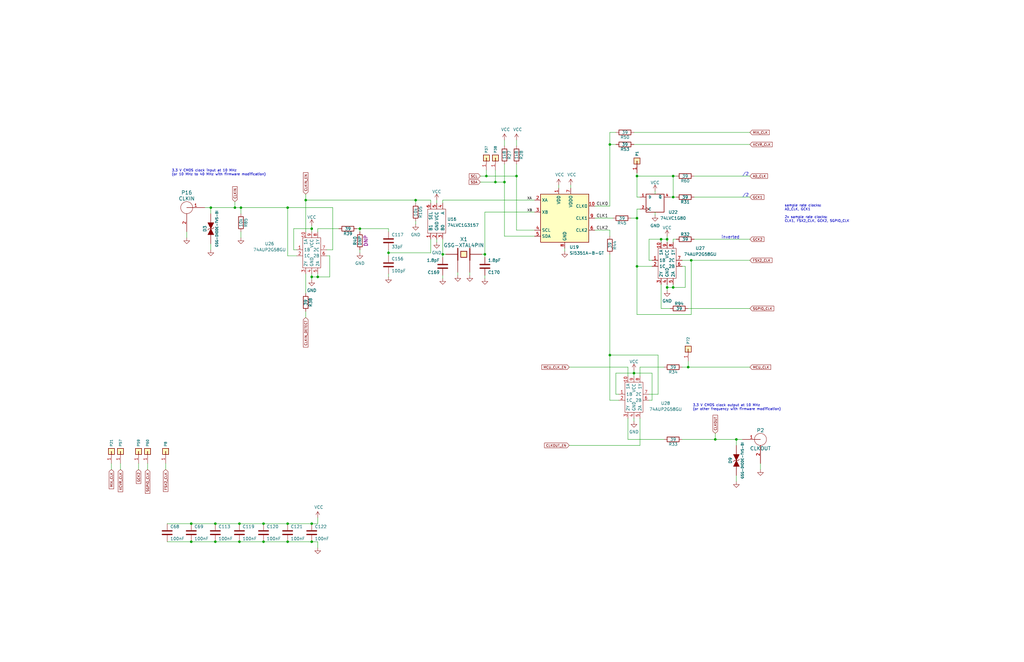
<source format=kicad_sch>
(kicad_sch (version 20211123) (generator eeschema)
  (paper "USLedger")
  (title_block (title "HackRF One") (date "2022-08-29") (rev "r9") (company "Copyright 2012-2022 Great Scott Gadgets") (comment 1 "Michael Ossmann") (comment 2 "Licensed under the CERN-OHL-P v2"))
  (lib_symbols
    (symbol "74AUP2G58GU:74AUP2G58GU"
      (property "Reference" "U" (at 0 0 0))
      (property "Value" "74AUP2G58GU" (at 0 0 0))
      (symbol "74AUP2G58GU_0_1"
        (rectangle (start -3.81 6.35) (end 3.81 -6.35) (stroke (width 0.1524)))
      )
      (symbol "74AUP2G58GU_1_1"
        (pin input line (at -6.35 1.27 0) (length 2.54) (name "1B") (number "1"))
        (pin input line (at -2.54 8.89 270) (length 2.54) (name "1A") (number "10"))
        (pin input line (at -6.35 -1.27 0) (length 2.54) (name "1C") (number "2"))
        (pin output line (at -2.54 -8.89 90) (length 2.54) (name "2Y") (number "3"))
        (pin power_in line (at 0 -8.89 90) (length 2.54) (name "GND") (number "4"))
        (pin input line (at 2.54 -8.89 90) (length 2.54) (name "2A") (number "5"))
        (pin input line (at 6.35 -1.27 180) (length 2.54) (name "2B") (number "6"))
        (pin input line (at 6.35 1.27 180) (length 2.54) (name "2C") (number "7"))
        (pin output line (at 2.54 8.89 270) (length 2.54) (name "1Y") (number "8"))
        (pin power_in line (at 0 8.89 270) (length 2.54) (name "VCC") (number "9"))
      )
    )
    (symbol "74xGxx:74AUP1G80" (pin_names (offset 1.016))
      (property "Reference" "U" (at -2.54 5.08 0))
      (property "Value" "74AUP1G80" (at 0 -5.08 0))
      (symbol "74AUP1G80_0_1"
        (rectangle (start -3.81 3.81) (end 3.81 -3.81) (stroke (width 0.254)))
      )
      (symbol "74AUP1G80_1_1"
        (pin input line (at -6.35 2.54 0) (length 2.54) (name "D") (number "1"))
        (pin input clock (at -6.35 -2.54 0) (length 2.54) (name "C") (number "2"))
        (pin power_in line (at 0 -3.81 270) (length 0) hide (name "GND") (number "3"))
        (pin output line (at 6.35 2.54 180) (length 2.54) (name "~{Q}") (number "4"))
        (pin power_in line (at 0 3.81 90) (length 0) hide (name "VCC") (number "5"))
      )
    )
    (symbol "Connector_Generic:Conn_01x01" (pin_names (offset 1.016) hide)
      (property "Reference" "J" (at 0 2.54 0))
      (property "Value" "Conn_01x01" (at 0 -2.54 0))
      (symbol "Conn_01x01_1_1"
        (rectangle (start -1.27 0.127) (end 0 -0.127) (stroke (width 0.1524)))
        (rectangle (start -1.27 1.27) (end 1.27 -1.27) (stroke (width 0.254)) (fill (type background)))
        (pin passive line (at -5.08 0 0) (length 3.81) (name "Pin_1") (number "1"))
      )
    )
    (symbol "Device:C" (pin_numbers hide) (pin_names (offset 0.254))
      (property "Reference" "C" (at 0.635 2.54 0))
      (property "Value" "C" (at 0.635 -2.54 0))
      (symbol "C_0_1"
        (polyline (pts (xy -2.032 -0.762) (xy 2.032 -0.762)) (stroke (width 0.508)))
        (polyline (pts (xy -2.032 0.762) (xy 2.032 0.762)) (stroke (width 0.508)))
      )
      (symbol "C_1_1"
        (pin passive line (at 0 3.81 270) (length 2.794) (name "~") (number "1"))
        (pin passive line (at 0 -3.81 90) (length 2.794) (name "~") (number "2"))
      )
    )
    (symbol "Device:R" (pin_numbers hide) (pin_names (offset 0))
      (property "Reference" "R" (at 2.032 0 90))
      (property "Value" "R" (at 0 0 90))
      (symbol "R_0_1"
        (rectangle (start -1.016 -2.54) (end 1.016 2.54) (stroke (width 0.254)))
      )
      (symbol "R_1_1"
        (pin passive line (at 0 3.81 270) (length 1.27) (name "~") (number "1"))
        (pin passive line (at 0 -3.81 90) (length 1.27) (name "~") (number "2"))
      )
    )
    (symbol "Oscillator:Si5351A-B-GT"
      (property "Reference" "U" (at -8.89 11.43 0))
      (property "Value" "Si5351A-B-GT" (at -12.7 -12.7 0))
      (symbol "Si5351A-B-GT_0_1"
        (rectangle (start -10.16 10.16) (end 10.16 -10.16) (stroke (width 0.254)) (fill (type background)))
      )
      (symbol "Si5351A-B-GT_1_1"
        (pin power_in line (at -2.54 12.7 270) (length 2.54) (name "VDD") (number "1"))
        (pin output line (at 12.7 5.08 180) (length 2.54) (name "CLK0") (number "10"))
        (pin input line (at -12.7 7.62 0) (length 2.54) (name "XA") (number "2"))
        (pin input line (at -12.7 2.54 0) (length 2.54) (name "XB") (number "3"))
        (pin input line (at -12.7 -5.08 0) (length 2.54) (name "SCL") (number "4"))
        (pin bidirectional line (at -12.7 -7.62 0) (length 2.54) (name "SDA") (number "5"))
        (pin output line (at 12.7 -5.08 180) (length 2.54) (name "CLK2") (number "6"))
        (pin power_in line (at 2.54 12.7 270) (length 2.54) (name "VDDO") (number "7"))
        (pin power_in line (at 0 -12.7 90) (length 2.54) (name "GND") (number "8"))
        (pin output line (at 12.7 0 180) (length 2.54) (name "CLK1") (number "9"))
      )
    )
    (symbol "gsg-symbols:74LVC1G3157" (pin_names (offset 1.016))
      (property "Reference" "U" (at 0 5.08 0))
      (property "Value" "74LVC1G3157" (at 0 -5.08 0))
      (symbol "74LVC1G3157_0_1"
        (rectangle (start 5.08 3.81) (end -5.08 -3.81))
      )
      (symbol "74LVC1G3157_1_1"
        (pin bidirectional line (at -7.62 2.54 0) (length 2.54) (name "B1") (number "1"))
        (pin power_in line (at -7.62 0 0) (length 2.54) (name "GND") (number "2"))
        (pin bidirectional line (at -7.62 -2.54 0) (length 2.54) (name "B0") (number "3"))
        (pin bidirectional line (at 7.62 -2.54 180) (length 2.54) (name "A") (number "4"))
        (pin power_in line (at 7.62 0 180) (length 2.54) (name "VCC") (number "5"))
        (pin input line (at 7.62 2.54 180) (length 2.54) (name "SEL") (number "6"))
      )
    )
    (symbol "hackrf:GSG-DIODE-TVS-BI" (pin_numbers hide) (pin_names (offset 1.016) hide)
      (property "Reference" "D" (at 0 2.54 0))
      (property "Value" "GSG-DIODE-TVS-BI" (at 0 -2.54 0))
      (symbol "GSG-DIODE-TVS-BI_0_1"
        (polyline (pts (xy -0.508 1.27) (xy 0 0.762) (xy 0 -0.762) (xy 0.508 -1.27) (xy 0.508 -1.27)) (stroke (width 0.2032)))
        (polyline (pts (xy 0 0) (xy -2.54 1.27) (xy -2.54 -1.27) (xy 0 0) (xy 0 0)) (fill (type outline)))
        (polyline (pts (xy 0 0) (xy 2.54 1.27) (xy 2.54 -1.27) (xy 0 0) (xy 0 0)) (fill (type outline)))
      )
      (symbol "GSG-DIODE-TVS-BI_1_1"
        (pin passive line (at -6.35 0 0) (length 3.81) (name "A") (number "1"))
        (pin passive line (at 6.35 0 180) (length 3.81) (name "K") (number "2"))
      )
    )
    (symbol "hackrf:GSG-RF-CONN" (pin_names (offset 0) hide)
      (property "Reference" "P" (at 0 3.81 0))
      (property "Value" "GSG-RF-CONN" (at 0 -3.81 0))
      (symbol "GSG-RF-CONN_0_1"
        (circle (center 0 0) (radius 2.54))
      )
      (symbol "GSG-RF-CONN_1_1"
        (pin bidirectional line (at 7.62 0 180) (length 7.62) (name "RF") (number "1"))
        (pin power_in line (at 0 -10.16 90) (length 7.62) (name "GND") (number "2"))
      )
    )
    (symbol "hackrf:GSG-XTAL4PIN" (pin_numbers hide) (pin_names (offset 1.016) hide)
      (property "Reference" "X" (at 0 3.81 0))
      (property "Value" "GSG-XTAL4PIN" (at 0 -3.81 0))
      (symbol "GSG-XTAL4PIN_0_1"
        (polyline (pts (xy -2.54 2.54) (xy -2.54 -2.54)) (stroke (width 0.4064)))
        (polyline (pts (xy 2.54 2.54) (xy 2.54 -2.54)) (stroke (width 0.4064)))
        (polyline (pts (xy -1.27 1.27) (xy 1.27 1.27) (xy 1.27 -1.27) (xy -1.27 -1.27) (xy -1.27 1.27)) (stroke (width 0.3048)) (fill (type background)))
      )
      (symbol "GSG-XTAL4PIN_1_1"
        (pin passive line (at -7.62 0 0) (length 5.08) (name "1") (number "1"))
        (pin passive line (at -2.54 -7.62 90) (length 5.08) (name "2") (number "2"))
        (pin passive line (at 7.62 0 180) (length 5.08) (name "3") (number "3"))
        (pin passive line (at 2.54 -7.62 90) (length 5.08) (name "4") (number "4"))
      )
    )
    (symbol "power:GND" (power) (pin_names (offset 0))
      (property "Value" "GND" (at 0 -3.81 0))
      (symbol "GND_0_1"
        (polyline (pts (xy 0 0) (xy 0 -1.27) (xy 1.27 -1.27) (xy 0 -2.54) (xy -1.27 -1.27) (xy 0 -1.27)))
      )
      (symbol "GND_1_1"
        (pin power_in line (at 0 0 270) (length 0) hide (name "GND") (number "1"))
      )
    )
    (symbol "power:VCC" (power) (pin_names (offset 0))
      (property "Value" "VCC" (at 0 3.81 0))
      (symbol "VCC_0_1"
        (polyline (pts (xy -0.762 1.27) (xy 0 2.54)))
        (polyline (pts (xy 0 0) (xy 0 2.54)))
        (polyline (pts (xy 0 2.54) (xy 0.762 1.27)))
      )
      (symbol "VCC_1_1"
        (pin power_in line (at 0 0 90) (length 0) hide (name "VCC") (number "1"))
      )
    )
  )
  (junction (at 257.175 149.86))
  (junction (at 283.845 83.185))
  (junction (at 99.06 87.63))
  (junction (at 212.725 76.835))
  (junction (at 278.765 100.965))
  (junction (at 291.465 109.855))
  (junction (at 283.845 74.295))
  (junction (at 121.285 87.63))
  (junction (at 100.965 228.6))
  (junction (at 208.915 76.835))
  (junction (at 217.805 74.295))
  (junction (at 121.285 220.98))
  (junction (at 163.83 106.68))
  (junction (at 80.645 220.98))
  (junction (at 88.9 87.63))
  (junction (at 131.445 220.98))
  (junction (at 301.625 185.42))
  (junction (at 204.47 107.315))
  (junction (at 281.305 121.285))
  (junction (at 111.125 228.6))
  (junction (at 268.605 112.395))
  (junction (at 80.645 228.6))
  (junction (at 267.335 157.48))
  (junction (at 90.805 228.6))
  (junction (at 131.445 228.6))
  (junction (at 131.445 116.84))
  (junction (at 111.125 220.98))
  (junction (at 128.905 84.455))
  (junction (at 175.26 84.455))
  (junction (at 310.515 185.42))
  (junction (at 281.305 100.965))
  (junction (at 205.105 74.295))
  (junction (at 268.605 92.075))
  (junction (at 151.765 96.52))
  (junction (at 283.845 121.285))
  (junction (at 186.69 107.315))
  (junction (at 90.805 220.98))
  (junction (at 131.445 96.52))
  (junction (at 268.605 74.295))
  (junction (at 133.985 116.84))
  (junction (at 257.175 60.96))
  (junction (at 101.6 87.63))
  (junction (at 100.965 220.98))
  (junction (at 290.195 154.94))
  (junction (at 121.285 228.6))
  (wire (pts (xy 276.225 89.535) (xy 276.225 90.805)))
  (wire (pts (xy 163.83 116.84) (xy 163.83 115.57)))
  (wire (pts (xy 274.955 157.48) (xy 267.335 157.48)))
  (wire (pts (xy 186.69 100.965) (xy 186.69 107.315)))
  (wire (pts (xy 212.725 99.695) (xy 225.425 99.695)))
  (wire (pts (xy 274.955 168.91) (xy 274.955 157.48)))
  (wire (pts (xy 217.805 59.055) (xy 217.805 61.595)))
  (wire (pts (xy 202.565 74.295) (xy 205.105 74.295)))
  (wire (pts (xy 283.845 100.965) (xy 285.115 100.965)))
  (wire (pts (xy 291.465 109.855) (xy 316.23 109.855)))
  (wire (pts (xy 257.175 97.155) (xy 257.175 99.695)))
  (wire (pts (xy 259.715 166.37) (xy 260.985 166.37)))
  (wire (pts (xy 281.305 100.965) (xy 278.765 100.965)))
  (wire (pts (xy 88.9 90.17) (xy 88.9 87.63)))
  (wire (pts (xy 278.765 120.015) (xy 278.765 130.175)))
  (wire (pts (xy 264.795 176.53) (xy 264.795 185.42)))
  (wire (pts (xy 46.99 195.58) (xy 46.99 198.12)))
  (wire (pts (xy 269.875 158.75) (xy 269.875 154.94)))
  (wire (pts (xy 90.805 228.6) (xy 100.965 228.6)))
  (wire (pts (xy 111.125 228.6) (xy 121.285 228.6)))
  (wire (pts (xy 281.305 120.015) (xy 281.305 121.285)))
  (wire (pts (xy 268.605 132.715) (xy 268.605 112.395)))
  (wire (pts (xy 100.965 220.98) (xy 90.805 220.98)))
  (wire (pts (xy 186.69 107.315) (xy 187.96 107.315)))
  (wire (pts (xy 101.6 87.63) (xy 101.6 90.17)))
  (wire (pts (xy 225.425 89.535) (xy 204.47 89.535)))
  (wire (pts (xy 250.825 97.155) (xy 257.175 97.155)))
  (wire (pts (xy 290.195 152.4) (xy 290.195 154.94)))
  (wire (pts (xy 131.445 96.52) (xy 131.445 95.25)))
  (wire (pts (xy 250.825 86.995) (xy 257.175 86.995)))
  (wire (pts (xy 121.285 220.98) (xy 131.445 220.98)))
  (wire (pts (xy 301.625 182.88) (xy 301.625 185.42)))
  (wire (pts (xy 131.445 116.84) (xy 133.985 116.84)))
  (wire (pts (xy 78.74 97.79) (xy 78.74 100.33)))
  (wire (pts (xy 203.2 107.315) (xy 204.47 107.315)))
  (wire (pts (xy 268.605 92.075) (xy 268.605 112.395)))
  (wire (pts (xy 131.445 118.11) (xy 131.445 116.84)))
  (wire (pts (xy 281.305 102.235) (xy 281.305 100.965)))
  (wire (pts (xy 292.735 74.295) (xy 316.23 74.295)))
  (wire (pts (xy 137.795 105.41) (xy 140.335 105.41)))
  (wire (pts (xy 238.125 104.775) (xy 238.125 106.045)))
  (wire (pts (xy 268.605 83.185) (xy 269.875 83.185)))
  (wire (pts (xy 151.765 96.52) (xy 151.765 97.79)))
  (wire (pts (xy 202.565 76.835) (xy 208.915 76.835)))
  (wire (pts (xy 121.285 228.6) (xy 131.445 228.6)))
  (wire (pts (xy 277.495 149.86) (xy 277.495 166.37)))
  (wire (pts (xy 139.065 116.84) (xy 139.065 107.95)))
  (wire (pts (xy 283.845 102.235) (xy 283.845 100.965)))
  (wire (pts (xy 240.03 187.96) (xy 269.875 187.96)))
  (wire (pts (xy 217.805 69.215) (xy 217.805 74.295)))
  (wire (pts (xy 283.845 121.285) (xy 288.925 121.285)))
  (wire (pts (xy 257.175 60.96) (xy 257.175 86.995)))
  (wire (pts (xy 268.605 88.265) (xy 268.605 92.075)))
  (wire (pts (xy 278.765 130.175) (xy 282.575 130.175)))
  (wire (pts (xy 151.765 105.41) (xy 151.765 106.68)))
  (wire (pts (xy 288.925 112.395) (xy 287.655 112.395)))
  (wire (pts (xy 99.06 87.63) (xy 99.06 85.09)))
  (wire (pts (xy 125.095 107.95) (xy 121.285 107.95)))
  (wire (pts (xy 163.83 105.41) (xy 163.83 106.68)))
  (wire (pts (xy 274.955 112.395) (xy 268.605 112.395)))
  (wire (pts (xy 140.335 87.63) (xy 121.285 87.63)))
  (wire (pts (xy 128.905 84.455) (xy 128.905 97.79)))
  (wire (pts (xy 269.875 176.53) (xy 269.875 187.96)))
  (wire (pts (xy 123.825 105.41) (xy 125.095 105.41)))
  (wire (pts (xy 268.605 73.025) (xy 268.605 74.295)))
  (wire (pts (xy 133.985 228.6) (xy 133.985 231.14)))
  (wire (pts (xy 163.83 106.68) (xy 181.61 106.68)))
  (wire (pts (xy 287.655 185.42) (xy 301.625 185.42)))
  (wire (pts (xy 217.805 97.155) (xy 225.425 97.155)))
  (wire (pts (xy 283.845 83.185) (xy 285.115 83.185)))
  (wire (pts (xy 133.985 97.79) (xy 133.985 96.52)))
  (wire (pts (xy 131.445 220.98) (xy 133.985 220.98)))
  (wire (pts (xy 267.335 157.48) (xy 267.335 156.21)))
  (wire (pts (xy 133.985 116.84) (xy 139.065 116.84)))
  (wire (pts (xy 133.985 96.52) (xy 142.875 96.52)))
  (wire (pts (xy 267.335 158.75) (xy 267.335 157.48)))
  (wire (pts (xy 123.825 96.52) (xy 123.825 105.41)))
  (wire (pts (xy 184.15 85.725) (xy 184.15 84.455)))
  (wire (pts (xy 278.765 100.965) (xy 278.765 102.235)))
  (wire (pts (xy 292.735 83.185) (xy 316.23 83.185)))
  (wire (pts (xy 90.805 220.98) (xy 80.645 220.98)))
  (wire (pts (xy 58.42 195.58) (xy 58.42 198.12)))
  (wire (pts (xy 283.845 120.015) (xy 283.845 121.285)))
  (wire (pts (xy 257.175 168.91) (xy 257.175 149.86)))
  (wire (pts (xy 184.15 100.965) (xy 184.15 102.235)))
  (wire (pts (xy 277.495 166.37) (xy 273.685 166.37)))
  (wire (pts (xy 99.06 87.63) (xy 101.6 87.63)))
  (wire (pts (xy 273.685 109.855) (xy 274.955 109.855)))
  (wire (pts (xy 287.655 154.94) (xy 290.195 154.94)))
  (wire (pts (xy 267.335 60.96) (xy 316.23 60.96)))
  (wire (pts (xy 273.685 100.965) (xy 273.685 109.855)))
  (wire (pts (xy 260.985 168.91) (xy 257.175 168.91)))
  (wire (pts (xy 80.645 228.6) (xy 90.805 228.6)))
  (wire (pts (xy 193.04 116.205) (xy 193.04 114.935)))
  (wire (pts (xy 273.685 168.91) (xy 274.955 168.91)))
  (wire (pts (xy 151.765 96.52) (xy 163.83 96.52)))
  (wire (pts (xy 69.85 195.58) (xy 69.85 198.12)))
  (wire (pts (xy 257.175 55.88) (xy 259.715 55.88)))
  (wire (pts (xy 267.335 157.48) (xy 259.715 157.48)))
  (wire (pts (xy 101.6 97.79) (xy 101.6 100.33)))
  (wire (pts (xy 80.645 220.98) (xy 70.485 220.98)))
  (wire (pts (xy 100.965 220.98) (xy 111.125 220.98)))
  (wire (pts (xy 204.47 89.535) (xy 204.47 107.315)))
  (wire (pts (xy 101.6 87.63) (xy 121.285 87.63)))
  (wire (pts (xy 181.61 106.68) (xy 181.61 100.965)))
  (wire (pts (xy 133.985 115.57) (xy 133.985 116.84)))
  (wire (pts (xy 290.195 130.175) (xy 316.23 130.175)))
  (wire (pts (xy 267.335 55.88) (xy 316.23 55.88)))
  (wire (pts (xy 111.125 220.98) (xy 121.285 220.98)))
  (wire (pts (xy 208.915 71.755) (xy 208.915 76.835)))
  (wire (pts (xy 250.825 92.075) (xy 258.445 92.075)))
  (wire (pts (xy 257.175 55.88) (xy 257.175 60.96)))
  (wire (pts (xy 205.105 74.295) (xy 217.805 74.295)))
  (wire (pts (xy 131.445 228.6) (xy 133.985 228.6)))
  (wire (pts (xy 310.515 187.96) (xy 310.515 185.42)))
  (wire (pts (xy 128.905 115.57) (xy 128.905 123.825)))
  (wire (pts (xy 283.845 83.185) (xy 282.575 83.185)))
  (wire (pts (xy 235.585 79.375) (xy 235.585 78.105)))
  (wire (pts (xy 283.845 74.295) (xy 285.115 74.295)))
  (wire (pts (xy 310.515 203.2) (xy 310.515 200.66)))
  (wire (pts (xy 175.26 94.615) (xy 175.26 93.345)))
  (wire (pts (xy 212.725 76.835) (xy 212.725 99.695)))
  (wire (pts (xy 259.715 157.48) (xy 259.715 166.37)))
  (wire (pts (xy 276.225 80.645) (xy 276.225 81.915)))
  (wire (pts (xy 320.675 195.58) (xy 320.675 198.12)))
  (wire (pts (xy 175.26 84.455) (xy 181.61 84.455)))
  (wire (pts (xy 139.065 107.95) (xy 137.795 107.95)))
  (wire (pts (xy 128.905 133.985) (xy 128.905 131.445)))
  (wire (pts (xy 287.655 109.855) (xy 291.465 109.855)))
  (wire (pts (xy 257.175 107.315) (xy 257.175 149.86)))
  (wire (pts (xy 257.175 149.86) (xy 277.495 149.86)))
  (wire (pts (xy 70.485 228.6) (xy 80.645 228.6)))
  (wire (pts (xy 186.69 116.205) (xy 186.69 117.475)))
  (wire (pts (xy 301.625 185.42) (xy 310.515 185.42)))
  (wire (pts (xy 212.725 59.055) (xy 212.725 61.595)))
  (wire (pts (xy 283.845 74.295) (xy 283.845 83.185)))
  (wire (pts (xy 267.335 176.53) (xy 267.335 177.8)))
  (wire (pts (xy 150.495 96.52) (xy 151.765 96.52)))
  (wire (pts (xy 100.965 228.6) (xy 111.125 228.6)))
  (wire (pts (xy 123.825 96.52) (xy 131.445 96.52)))
  (wire (pts (xy 186.69 84.455) (xy 186.69 85.725)))
  (wire (pts (xy 268.605 88.265) (xy 269.875 88.265)))
  (wire (pts (xy 264.795 185.42) (xy 280.035 185.42)))
  (wire (pts (xy 205.105 71.755) (xy 205.105 74.295)))
  (wire (pts (xy 140.335 105.41) (xy 140.335 87.63)))
  (wire (pts (xy 186.69 84.455) (xy 225.425 84.455)))
  (wire (pts (xy 175.26 85.725) (xy 175.26 84.455)))
  (wire (pts (xy 88.9 105.41) (xy 88.9 102.87)))
  (wire (pts (xy 291.465 132.715) (xy 268.605 132.715)))
  (wire (pts (xy 292.735 100.965) (xy 316.23 100.965)))
  (wire (pts (xy 240.665 79.375) (xy 240.665 78.105)))
  (wire (pts (xy 240.03 154.94) (xy 264.795 154.94)))
  (wire (pts (xy 208.915 76.835) (xy 212.725 76.835)))
  (wire (pts (xy 128.905 84.455) (xy 175.26 84.455)))
  (wire (pts (xy 264.795 158.75) (xy 264.795 154.94)))
  (wire (pts (xy 266.065 92.075) (xy 268.605 92.075)))
  (wire (pts (xy 217.805 74.295) (xy 217.805 97.155)))
  (wire (pts (xy 290.195 154.94) (xy 316.23 154.94)))
  (wire (pts (xy 204.47 107.315) (xy 204.47 108.585)))
  (wire (pts (xy 268.605 83.185) (xy 268.605 74.295)))
  (wire (pts (xy 88.9 87.63) (xy 99.06 87.63)))
  (wire (pts (xy 281.305 100.965) (xy 281.305 99.695)))
  (wire (pts (xy 212.725 69.215) (xy 212.725 76.835)))
  (wire (pts (xy 269.875 154.94) (xy 280.035 154.94)))
  (wire (pts (xy 128.905 81.915) (xy 128.905 84.455)))
  (wire (pts (xy 204.47 117.475) (xy 204.47 116.205)))
  (wire (pts (xy 131.445 115.57) (xy 131.445 116.84)))
  (wire (pts (xy 163.83 106.68) (xy 163.83 107.95)))
  (wire (pts (xy 278.765 100.965) (xy 273.685 100.965)))
  (wire (pts (xy 131.445 97.79) (xy 131.445 96.52)))
  (wire (pts (xy 281.305 122.555) (xy 281.305 121.285)))
  (wire (pts (xy 186.69 108.585) (xy 186.69 107.315)))
  (wire (pts (xy 121.285 87.63) (xy 121.285 107.95)))
  (wire (pts (xy 62.23 198.12) (xy 62.23 195.58)))
  (wire (pts (xy 198.12 114.935) (xy 198.12 116.205)))
  (wire (pts (xy 268.605 74.295) (xy 283.845 74.295)))
  (wire (pts (xy 163.83 96.52) (xy 163.83 97.79)))
  (wire (pts (xy 133.985 220.98) (xy 133.985 218.44)))
  (wire (pts (xy 288.925 121.285) (xy 288.925 112.395)))
  (wire (pts (xy 310.515 185.42) (xy 313.055 185.42)))
  (wire (pts (xy 291.465 109.855) (xy 291.465 132.715)))
  (wire (pts (xy 50.8 195.58) (xy 50.8 198.12)))
  (wire (pts (xy 257.175 60.96) (xy 259.715 60.96)))
  (wire (pts (xy 86.36 87.63) (xy 88.9 87.63)))
  (wire (pts (xy 181.61 84.455) (xy 181.61 85.725)))
  (wire (pts (xy 281.305 121.285) (xy 283.845 121.285)))
  (text "/2" (at 313.055 83.185 0) (effects (font (size 1.27 1.27)) (justify left bottom)))
  (text "inverted" (at 304.165 100.965 0) (effects (font (size 1.27 1.27)) (justify left bottom)))
  (text "3.3 V CMOS clock input at 10 MHz\n(or 10 MHz to 40 MHz with firmware modification)" (at 72.39 74.295 0) (effects (font (size 1.016 1.016)) (justify left bottom)))
  (text "sample rate clocks:\nAD_CLK, GCK1\n\n2x sample rate clocks:\nCLK1, FSX2_CLK, GCK2, SGPIO_CLK" (at 330.835 93.98 0) (effects (font (size 1.016 1.016)) (justify left bottom)))
  (text "/2" (at 313.055 74.295 0) (effects (font (size 1.27 1.27)) (justify left bottom)))
  (text "3.3 V CMOS clock output at 10 MHz\n(or other frequency with firmware modification)" (at 292.1 173.355 0) (effects (font (size 1.016 1.016)) (justify left bottom)))
  (label "CLK0" (at 251.46 86.995 0))
  (label "CLK1" (at 251.46 92.075 0))
  (label "CLK2" (at 251.46 97.155 0))
  (label "XA" (at 222.25 84.455 0) (effects (font (size 1.016 1.016))))
  (label "XB" (at 222.25 89.535 0) (effects (font (size 1.016 1.016))))
  (global_label "XCVR_CLK" (shape input) (at 316.23 60.96 0) (effects (font (size 1.016 1.016))) (property "Intersheet References" "${INTERSHEET_REFS}" (effects hide)))
  (global_label "FSX2_CLK" (shape input) (at 69.85 198.12 270) (effects (font (size 1.016 1.016))) (property "Intersheet References" "${INTERSHEET_REFS}" (effects hide)))
  (global_label "SCL" (shape input) (at 202.565 74.295 180) (effects (font (size 1.016 1.016))) (property "Intersheet References" "${INTERSHEET_REFS}" (effects hide)))
  (global_label "CLKIN_EN" (shape input) (at 128.905 81.915 90) (effects (font (size 1.016 1.016))) (property "Intersheet References" "${INTERSHEET_REFS}" (effects hide)))
  (global_label "MIX_CLK" (shape input) (at 316.23 55.88 0) (effects (font (size 1.016 1.016))) (property "Intersheet References" "${INTERSHEET_REFS}" (effects hide)))
  (global_label "GCK2" (shape input) (at 58.42 198.12 270) (effects (font (size 1.016 1.016))) (property "Intersheet References" "${INTERSHEET_REFS}" (effects hide)))
  (global_label "SDA" (shape input) (at 202.565 76.835 180) (effects (font (size 1.016 1.016))) (property "Intersheet References" "${INTERSHEET_REFS}" (effects hide)))
  (global_label "AD_CLK" (shape input) (at 316.23 74.295 0) (effects (font (size 1.016 1.016))) (property "Intersheet References" "${INTERSHEET_REFS}" (effects hide)))
  (global_label "CLKIN_DETECT" (shape input) (at 128.905 133.985 270) (effects (font (size 1.016 1.016))) (property "Intersheet References" "${INTERSHEET_REFS}" (effects hide)))
  (global_label "CLKOUT_EN" (shape input) (at 240.03 187.96 180) (effects (font (size 1.016 1.016))) (property "Intersheet References" "${INTERSHEET_REFS}" (effects hide)))
  (global_label "MIX_CLK" (shape input) (at 46.99 198.12 270) (effects (font (size 1.016 1.016))) (property "Intersheet References" "${INTERSHEET_REFS}" (effects hide)))
  (global_label "MCU_CLK_EN" (shape input) (at 240.03 154.94 180) (effects (font (size 1.016 1.016))) (property "Intersheet References" "${INTERSHEET_REFS}" (effects hide)))
  (global_label "SGPIO_CLK" (shape input) (at 316.23 130.175 0) (effects (font (size 1.016 1.016))) (property "Intersheet References" "${INTERSHEET_REFS}" (effects hide)))
  (global_label "CLKOUT" (shape input) (at 301.625 182.88 90) (effects (font (size 1.016 1.016))) (property "Intersheet References" "${INTERSHEET_REFS}" (effects hide)))
  (global_label "CLKIN" (shape input) (at 99.06 85.09 90) (effects (font (size 1.016 1.016))) (property "Intersheet References" "${INTERSHEET_REFS}" (effects hide)))
  (global_label "MCU_CLK" (shape input) (at 316.23 154.94 0) (effects (font (size 1.016 1.016))) (property "Intersheet References" "${INTERSHEET_REFS}" (effects hide)))
  (global_label "FSX2_CLK" (shape input) (at 316.23 109.855 0) (effects (font (size 1.016 1.016))) (property "Intersheet References" "${INTERSHEET_REFS}" (effects hide)))
  (global_label "SGPIO_CLK" (shape input) (at 62.23 198.12 270) (effects (font (size 1.016 1.016))) (property "Intersheet References" "${INTERSHEET_REFS}" (effects hide)))
  (global_label "GCK1" (shape input) (at 316.23 83.185 0) (effects (font (size 1.016 1.016))) (property "Intersheet References" "${INTERSHEET_REFS}" (effects hide)))
  (global_label "XCVR_CLK" (shape input) (at 50.8 198.12 270) (effects (font (size 1.016 1.016))) (property "Intersheet References" "${INTERSHEET_REFS}" (effects hide)))
  (global_label "GCK2" (shape input) (at 316.23 100.965 0) (effects (font (size 1.016 1.016))) (property "Intersheet References" "${INTERSHEET_REFS}" (effects hide)))
  (symbol (lib_id "Device:R") (at 212.725 65.405 0) (unit 1)
    (property "Reference" "R27" (at 214.757 65.405 90))
    (property "Value" "1k8" (at 212.725 65.405 90))
    (property "Footprint" "hackrf:GSG-0402" (effects hide))
    (property "Manufacturer" "Stackpole" (effects hide))
    (property "Part Number" "RMCF0402JT1K80" (effects hide))
    (property "Description" "RES TF 1.8K OHM 5% 1/16W 0402" (effects hide))
  )
  (symbol (lib_id "hackrf:GSG-XTAL4PIN") (at 195.58 107.315 0) (unit 1)
    (property "Reference" "X1" (at 195.58 100.965 0) (effects (font (size 1.524 1.524))))
    (property "Value" "GSG-XTAL4PIN" (at 195.58 103.505 0) (effects (font (size 1.524 1.524))))
    (property "Footprint" "hackrf:GSG-XTAL3.2x2.5mm" (effects hide))
    (property "Manufacturer" "Raltron" (effects hide))
    (property "Part Number" "RH100-25.000-12-F-1010-TR" (effects hide))
    (property "Description" "CRYSTAL 25.0000MHZ 12PF SMD" (effects hide))
  )
  (symbol (lib_id "power:GND") (at 198.12 116.205 0) (unit 1)
    (property "Reference" "#PWR0128" (effects hide))
    (property "Value" "GND" (effects hide))
  )
  (symbol (lib_id "power:GND") (at 193.04 116.205 0) (unit 1)
    (property "Reference" "#PWR0127" (effects hide))
    (property "Value" "GND" (effects hide))
  )
  (symbol (lib_id "hackrf:GSG-RF-CONN") (at 78.74 87.63 0) (unit 1)
    (property "Reference" "P16" (at 78.74 81.28 0) (effects (font (size 1.524 1.524))))
    (property "Value" "CLKIN" (at 78.74 83.82 0) (effects (font (size 1.524 1.524))))
    (property "Footprint" "hackrf:GSG-SMA-73251-2120" (effects hide))
    (property "Manufacturer" "Molex" (effects hide))
    (property "Part Number" "73251-2121" (effects hide))
    (property "Description" "CONN SMA JACK 50 OHM EDGE MNT W/JAM NUT & LOCK WASHER" (effects hide))
  )
  (symbol (lib_id "power:GND") (at 78.74 100.33 0) (unit 1)
    (property "Reference" "#PWR0126" (effects hide))
    (property "Value" "GND" (effects hide))
  )
  (symbol (lib_id "power:GND") (at 133.985 231.14 0) (unit 1)
    (property "Reference" "#PWR0121" (effects hide))
    (property "Value" "GND" (effects hide))
  )
  (symbol (lib_id "Device:C") (at 90.805 224.79 0) (unit 1)
    (property "Reference" "C113" (at 92.075 222.25 0) (effects (justify left)))
    (property "Value" "100nF" (at 92.075 227.33 0) (effects (justify left)))
    (property "Footprint" "hackrf:GSG-0402" (effects hide))
    (property "Manufacturer" "Murata" (effects hide))
    (property "Part Number" "GRM155R61A104KA01D" (effects hide))
    (property "Description" "CAP CER 0.1UF 10V 10% X5R 0402" (effects hide))
  )
  (symbol (lib_id "Device:C") (at 100.965 224.79 0) (unit 1)
    (property "Reference" "C119" (at 102.235 222.25 0) (effects (justify left)))
    (property "Value" "100nF" (at 102.235 227.33 0) (effects (justify left)))
    (property "Footprint" "hackrf:GSG-0402" (effects hide))
    (property "Manufacturer" "Murata" (effects hide))
    (property "Part Number" "GRM155R61A104KA01D" (effects hide))
    (property "Description" "CAP CER 0.1UF 10V 10% X5R 0402" (effects hide))
  )
  (symbol (lib_id "Device:C") (at 111.125 224.79 0) (unit 1)
    (property "Reference" "C120" (at 112.395 222.25 0) (effects (justify left)))
    (property "Value" "100nF" (at 112.395 227.33 0) (effects (justify left)))
    (property "Footprint" "hackrf:GSG-0402" (effects hide))
    (property "Manufacturer" "Murata" (effects hide))
    (property "Part Number" "GRM155R61A104KA01D" (effects hide))
    (property "Description" "CAP CER 0.1UF 10V 10% X5R 0402" (effects hide))
  )
  (symbol (lib_id "Device:C") (at 121.285 224.79 0) (unit 1)
    (property "Reference" "C121" (at 122.555 222.25 0) (effects (justify left)))
    (property "Value" "100nF" (at 122.555 227.33 0) (effects (justify left)))
    (property "Footprint" "hackrf:GSG-0402" (effects hide))
    (property "Manufacturer" "Murata" (effects hide))
    (property "Part Number" "GRM155R61A104KA01D" (effects hide))
    (property "Description" "CAP CER 0.1UF 10V 10% X5R 0402" (effects hide))
  )
  (symbol (lib_id "Device:C") (at 131.445 224.79 0) (unit 1)
    (property "Reference" "C122" (at 132.715 222.25 0) (effects (justify left)))
    (property "Value" "100nF" (at 132.715 227.33 0) (effects (justify left)))
    (property "Footprint" "hackrf:GSG-0402" (effects hide))
    (property "Manufacturer" "Murata" (effects hide))
    (property "Part Number" "GRM155R61A104KA01D" (effects hide))
    (property "Description" "CAP CER 0.1UF 10V 10% X5R 0402" (effects hide))
  )
  (symbol (lib_id "Device:R") (at 175.26 89.535 0) (unit 1)
    (property "Reference" "R105" (at 177.292 89.535 90))
    (property "Value" "10k" (at 175.26 89.535 90))
    (property "Footprint" "hackrf:GSG-0402" (effects hide))
    (property "Manufacturer" "Stackpole" (effects hide))
    (property "Part Number" "RMCF0402JT10K0" (effects hide))
    (property "Description" "RES 10K OHM 1/16W 5% 0402 SMD" (effects hide))
  )
  (symbol (lib_id "power:GND") (at 320.675 198.12 0) (unit 1)
    (property "Reference" "#PWR093" (effects hide))
    (property "Value" "GND" (effects hide))
  )
  (symbol (lib_id "hackrf:GSG-RF-CONN") (at 320.675 185.42 0) (mirror y) (unit 1)
    (property "Reference" "P2" (at 320.675 181.61 0) (effects (font (size 1.524 1.524))))
    (property "Value" "CLKOUT" (at 320.675 189.23 0) (effects (font (size 1.524 1.524))))
    (property "Footprint" "hackrf:GSG-SMA-73251-2120" (effects hide))
    (property "Manufacturer" "Molex" (effects hide))
    (property "Part Number" "73251-2121" (effects hide))
    (property "Description" "CONN SMA JACK 50 OHM EDGE MNT W/JAM NUT & LOCK WASHER" (effects hide))
  )
  (symbol (lib_id "Connector_Generic:Conn_01x01") (at 205.105 66.675 90) (unit 1)
    (property "Reference" "P37" (at 205.105 64.643 0) (effects (font (size 1.016 1.016)) (justify left)))
    (property "Value" "SCL" (effects hide))
    (property "Footprint" "hackrf:GSG-TESTPOINT-50MIL" (effects hide))
    (property "Note" "DNP" (effects hide))
  )
  (symbol (lib_id "Connector_Generic:Conn_01x01") (at 208.915 66.675 90) (unit 1)
    (property "Reference" "P38" (at 208.915 64.643 0) (effects (font (size 1.016 1.016)) (justify left)))
    (property "Value" "SDA" (effects hide))
    (property "Footprint" "hackrf:GSG-TESTPOINT-50MIL" (effects hide))
    (property "Note" "DNP" (effects hide))
  )
  (symbol (lib_id "Device:R") (at 101.6 93.98 0) (unit 1)
    (property "Reference" "R85" (at 103.632 93.98 90))
    (property "Value" "10k" (at 101.6 93.98 90))
    (property "Footprint" "hackrf:GSG-0402" (effects hide))
    (property "Manufacturer" "Stackpole" (effects hide))
    (property "Part Number" "RMCF0402JT10K0" (effects hide))
    (property "Description" "RES 10K OHM 1/16W 5% 0402 SMD" (effects hide))
  )
  (symbol (lib_id "power:GND") (at 101.6 100.33 0) (unit 1)
    (property "Reference" "#PWR092" (effects hide))
    (property "Value" "GND" (effects hide))
  )
  (symbol (lib_id "Device:R") (at 217.805 65.405 0) (unit 1)
    (property "Reference" "R28" (at 219.837 65.405 90))
    (property "Value" "1k8" (at 217.805 65.405 90))
    (property "Footprint" "hackrf:GSG-0402" (effects hide))
    (property "Manufacturer" "Stackpole" (effects hide))
    (property "Part Number" "RMCF0402JT1K80" (effects hide))
    (property "Description" "RES TF 1.8K OHM 5% 1/16W 0402" (effects hide))
  )
  (symbol (lib_id "Device:R") (at 286.385 130.175 270) (mirror x) (unit 1)
    (property "Reference" "R94" (at 286.385 128.143 90))
    (property "Value" "39" (at 286.385 130.175 90))
    (property "Footprint" "hackrf:GSG-0402" (effects hide))
    (property "Manufacturer" "Stackpole" (effects hide))
    (property "Part Number" "RMCF0402JT39R0" (effects hide))
    (property "Description" "RES 39 OHM 1/16W 5% 0402 SMD" (effects hide))
  )
  (symbol (lib_id "Device:R") (at 283.845 185.42 270) (unit 1)
    (property "Reference" "R33" (at 283.845 187.452 90))
    (property "Value" "39" (at 283.845 185.42 90))
    (property "Footprint" "hackrf:GSG-0402" (effects hide))
    (property "Manufacturer" "Stackpole" (effects hide))
    (property "Part Number" "RMCF0402JT39R0" (effects hide))
    (property "Description" "RES 39 OHM 1/16W 5% 0402 SMD" (effects hide))
  )
  (symbol (lib_id "hackrf:GSG-DIODE-TVS-BI") (at 310.515 194.31 90) (unit 1)
    (property "Reference" "D9" (at 307.975 194.31 0))
    (property "Value" "GSG-DIODE-TVS-BI" (at 313.055 194.31 0) (effects (font (size 1.016 1.016))))
    (property "Footprint" "hackrf:GSG-0402" (effects hide))
    (property "Manufacturer" "Murata" (effects hide))
    (property "Part Number" "LXES15AAA1-100" (effects hide))
    (property "Description" "TVS DIODE ESD .05PF 15KV 0402" (effects hide))
  )
  (symbol (lib_id "power:GND") (at 310.515 203.2 0) (unit 1)
    (property "Reference" "#PWR0171" (effects hide))
    (property "Value" "GND" (effects hide))
  )
  (symbol (lib_id "hackrf:GSG-DIODE-TVS-BI") (at 88.9 96.52 90) (unit 1)
    (property "Reference" "D3" (at 86.36 96.52 0))
    (property "Value" "GSG-DIODE-TVS-BI" (at 91.44 96.52 0) (effects (font (size 1.016 1.016))))
    (property "Footprint" "hackrf:GSG-0402" (effects hide))
    (property "Manufacturer" "Murata" (effects hide))
    (property "Part Number" "LXES15AAA1-100" (effects hide))
    (property "Description" "TVS DIODE ESD .05PF 15KV 0402" (effects hide))
  )
  (symbol (lib_id "power:GND") (at 88.9 105.41 0) (unit 1)
    (property "Reference" "#PWR0172" (effects hide))
    (property "Value" "GND" (effects hide))
  )
  (symbol (lib_id "Device:R") (at 288.925 100.965 270) (mirror x) (unit 1)
    (property "Reference" "R32" (at 288.925 98.933 90))
    (property "Value" "39" (at 288.925 100.965 90))
    (property "Footprint" "hackrf:GSG-0402" (effects hide))
    (property "Manufacturer" "Stackpole" (effects hide))
    (property "Part Number" "RMCF0402JT39R0" (effects hide))
    (property "Description" "RES 39 OHM 1/16W 5% 0402 SMD" (effects hide))
  )
  (symbol (lib_id "Device:R") (at 288.925 83.185 270) (unit 1)
    (property "Reference" "R31" (at 288.925 85.217 90))
    (property "Value" "39" (at 288.925 83.185 90))
    (property "Footprint" "hackrf:GSG-0402" (effects hide))
    (property "Manufacturer" "Stackpole" (effects hide))
    (property "Part Number" "RMCF0402JT39R0" (effects hide))
    (property "Description" "RES 39 OHM 1/16W 5% 0402 SMD" (effects hide))
  )
  (symbol (lib_id "Device:C") (at 186.69 112.395 180) (unit 1)
    (property "Reference" "C169" (at 185.42 114.935 0) (effects (justify left)))
    (property "Value" "1.8pF" (at 185.42 109.855 0) (effects (justify left)))
    (property "Footprint" "hackrf:GSG-0402" (effects hide))
    (property "Manufacturer" "Murata" (effects hide))
    (property "Part Number" "GRM1555C1E1R8BA01D" (effects hide))
    (property "Description" "CAP CER 1.8PF 25V C0G/NP0 0402" (effects hide))
  )
  (symbol (lib_id "Device:C") (at 204.47 112.395 0) (mirror x) (unit 1)
    (property "Reference" "C170" (at 205.74 114.935 0) (effects (justify left)))
    (property "Value" "1.8pF" (at 205.74 109.855 0) (effects (justify left)))
    (property "Footprint" "hackrf:GSG-0402" (effects hide))
    (property "Manufacturer" "Murata" (effects hide))
    (property "Part Number" "GRM1555C1E1R8BA01D" (effects hide))
    (property "Description" "CAP CER 1.8PF 25V C0G/NP0 0402" (effects hide))
  )
  (symbol (lib_id "power:GND") (at 186.69 117.475 0) (mirror y) (unit 1)
    (property "Reference" "#PWR0187" (effects hide))
    (property "Value" "GND" (effects hide))
  )
  (symbol (lib_id "power:GND") (at 204.47 117.475 0) (mirror y) (unit 1)
    (property "Reference" "#PWR0188" (effects hide))
    (property "Value" "GND" (effects hide))
  )
  (symbol (lib_id "power:VCC") (at 235.585 78.105 0) (unit 1)
    (property "Reference" "#PWR0203" (effects hide))
    (property "Value" "VCC" (at 236.0168 73.7108 0))
  )
  (symbol (lib_id "power:VCC") (at 217.805 59.055 0) (unit 1)
    (property "Reference" "#PWR0221" (effects hide))
    (property "Value" "VCC" (at 218.2368 54.6608 0))
  )
  (symbol (lib_id "power:VCC") (at 212.725 59.055 0) (unit 1)
    (property "Reference" "#PWR0227" (effects hide))
    (property "Value" "VCC" (at 213.1568 54.6608 0))
  )
  (symbol (lib_id "power:VCC") (at 133.985 218.44 0) (unit 1)
    (property "Reference" "#PWR0240" (effects hide))
    (property "Value" "VCC" (at 134.4168 214.0458 0))
  )
  (symbol (lib_id "Device:R") (at 262.255 92.075 270) (unit 1)
    (property "Reference" "R45" (at 262.255 94.107 90))
    (property "Value" "39" (at 262.255 92.075 90))
    (property "Footprint" "hackrf:GSG-0402" (effects hide))
    (property "Manufacturer" "Stackpole" (effects hide))
    (property "Part Number" "RMCF0402JT39R0" (effects hide))
    (property "Description" "RES 39 OHM 1/16W 5% 0402 SMD" (effects hide))
  )
  (symbol (lib_id "Device:R") (at 288.925 74.295 270) (unit 1)
    (property "Reference" "R60" (at 288.925 76.327 90))
    (property "Value" "39" (at 288.925 74.295 90))
    (property "Footprint" "hackrf:GSG-0402" (effects hide))
    (property "Manufacturer" "Stackpole" (effects hide))
    (property "Part Number" "RMCF0402JT39R0" (effects hide))
    (property "Description" "RES 39 OHM 1/16W 5% 0402 SMD" (effects hide))
  )
  (symbol (lib_id "74AUP2G58GU:74AUP2G58GU") (at 131.445 106.68 0) (unit 1)
    (property "Reference" "U26" (at 113.665 102.87 0))
    (property "Value" "74AUP2G58GU" (at 113.665 105.4069 0))
    (property "Footprint" "gsg-modules:XQFN10" (effects hide))
    (property "Datasheet" "https://assets.nexperia.com/documents/data-sheet/74AUP2G58.pdf" (effects hide))
    (property "Manufacturer" "Nexperia" (effects hide))
    (property "Part Number" "74AUP2G58GUX" (effects hide))
    (property "Description" "IC SCHMITT TRIGGER DUAL XQFN10" (effects hide))
  )
  (symbol (lib_id "power:GND") (at 281.305 122.555 0) (unit 1)
    (property "Reference" "#PWR0100" (effects hide))
    (property "Value" "GND" (at 281.305 126.9984 0))
  )
  (symbol (lib_id "power:GND") (at 151.765 106.68 0) (unit 1)
    (property "Reference" "#PWR014" (effects hide))
    (property "Value" "GND" (at 151.765 111.1234 0))
  )
  (symbol (lib_id "74xGxx:74AUP1G80") (at 276.225 85.725 0) (unit 1)
    (property "Reference" "U22" (at 283.845 89.535 0))
    (property "Value" "74LVC1G80" (at 283.845 92.075 0))
    (property "Footprint" "Package_TO_SOT_SMD:SOT-353_SC-70-5" (effects hide))
    (property "Datasheet" "https://www.ti.com/lit/gpn/sn74lvc1g80" (effects hide))
    (property "Manufacturer" "Texas Instruments" (effects hide))
    (property "Part Number" "SN74LVC1G80DCKR" (effects hide))
    (property "Description" "IC FF D-TYPE SNGL 1BIT SC70-5" (effects hide))
  )
  (symbol (lib_id "power:VCC") (at 276.225 80.645 0) (unit 1)
    (property "Reference" "#PWR097" (effects hide))
    (property "Value" "VCC" (at 276.225 77.0692 0))
  )
  (symbol (lib_id "power:GND") (at 184.15 102.235 0) (unit 1)
    (property "Reference" "#PWR064" (effects hide))
    (property "Value" "GND" (at 184.15 106.6784 0))
  )
  (symbol (lib_id "Connector_Generic:Conn_01x01") (at 69.85 190.5 90) (unit 1)
    (property "Reference" "P8" (at 69.85 188.468 0) (effects (font (size 1.016 1.016)) (justify left)))
    (property "Value" "FSX2_CLK" (effects hide))
    (property "Footprint" "hackrf:GSG-TESTPOINT-50MIL" (effects hide))
    (property "Note" "DNP" (effects hide))
  )
  (symbol (lib_id "Connector_Generic:Conn_01x01") (at 268.605 67.945 90) (unit 1)
    (property "Reference" "P1" (at 268.605 65.913 0) (effects (font (size 1.016 1.016)) (justify left)))
    (property "Value" "AD_CLK" (effects hide))
    (property "Footprint" "hackrf:GSG-TESTPOINT-50MIL" (effects hide))
    (property "Note" "DNP" (effects hide))
  )
  (symbol (lib_id "power:GND") (at 238.125 106.045 0) (mirror y) (unit 1)
    (property "Reference" "#PWR068" (effects hide))
    (property "Value" "GND" (effects hide))
  )
  (symbol (lib_id "power:GND") (at 175.26 94.615 0) (unit 1)
    (property "Reference" "#PWR017" (effects hide))
    (property "Value" "GND" (at 175.26 99.0584 0))
  )
  (symbol (lib_id "power:GND") (at 276.225 90.805 0) (unit 1)
    (property "Reference" "#PWR098" (effects hide))
    (property "Value" "GND" (at 276.225 95.2484 0))
  )
  (symbol (lib_id "Device:R") (at 263.525 55.88 270) (unit 1)
    (property "Reference" "R50" (at 263.525 57.912 90))
    (property "Value" "39" (at 263.525 55.88 90))
    (property "Footprint" "hackrf:GSG-0402" (effects hide))
    (property "Manufacturer" "Stackpole" (effects hide))
    (property "Part Number" "RMCF0402JT39R0" (effects hide))
    (property "Description" "RES 39 OHM 1/16W 5% 0402 SMD" (effects hide))
  )
  (symbol (lib_id "power:VCC") (at 131.445 95.25 0) (unit 1)
    (property "Reference" "#PWR04" (effects hide))
    (property "Value" "VCC" (at 131.445 91.6742 0))
  )
  (symbol (lib_id "power:VCC") (at 281.305 99.695 0) (unit 1)
    (property "Reference" "#PWR099" (effects hide))
    (property "Value" "VCC" (at 281.305 96.1192 0))
  )
  (symbol (lib_id "power:GND") (at 131.445 118.11 0) (unit 1)
    (property "Reference" "#PWR013" (effects hide))
    (property "Value" "GND" (at 131.445 122.5534 0))
  )
  (symbol (lib_id "Connector_Generic:Conn_01x01") (at 62.23 190.5 90) (unit 1)
    (property "Reference" "P60" (at 62.23 188.468 0) (effects (font (size 1.016 1.016)) (justify left)))
    (property "Value" "SGPIO_CLK" (effects hide))
    (property "Footprint" "hackrf:GSG-TESTPOINT-50MIL" (effects hide))
    (property "Note" "DNP" (effects hide))
  )
  (symbol (lib_id "power:VCC") (at 240.665 78.105 0) (unit 1)
    (property "Reference" "#PWR078" (effects hide))
    (property "Value" "VCC" (at 241.0968 73.7108 0))
  )
  (symbol (lib_id "Device:R") (at 151.765 101.6 180) (unit 1)
    (property "Reference" "R40" (at 149.733 101.6 90))
    (property "Value" "DNP" (at 151.765 101.6 90))
    (property "Footprint" "hackrf:GSG-0402" (effects hide))
    (property "Note" "DNP" (at 154.305 101.6 90) (effects (font (size 1.524 1.524))))
  )
  (symbol (lib_id "Device:R") (at 257.175 103.505 0) (unit 1)
    (property "Reference" "R44" (at 259.207 103.505 90))
    (property "Value" "39" (at 257.175 103.505 90))
    (property "Footprint" "hackrf:GSG-0402" (effects hide))
    (property "Manufacturer" "Stackpole" (effects hide))
    (property "Part Number" "RMCF0402JT39R0" (effects hide))
    (property "Description" "RES 39 OHM 1/16W 5% 0402 SMD" (effects hide))
  )
  (symbol (lib_id "Connector_Generic:Conn_01x01") (at 46.99 190.5 90) (unit 1)
    (property "Reference" "P21" (at 46.99 188.468 0) (effects (font (size 1.016 1.016)) (justify left)))
    (property "Value" "MIX_CLK" (effects hide))
    (property "Footprint" "hackrf:GSG-TESTPOINT-50MIL" (effects hide))
    (property "Note" "DNP" (effects hide))
  )
  (symbol (lib_id "Device:R") (at 283.845 154.94 270) (unit 1)
    (property "Reference" "R34" (at 283.845 156.972 90))
    (property "Value" "39" (at 283.845 154.94 90))
    (property "Footprint" "hackrf:GSG-0402" (effects hide))
    (property "Manufacturer" "Stackpole" (effects hide))
    (property "Part Number" "RMCF0402JT39R0" (effects hide))
    (property "Description" "RES 39 OHM 1/16W 5% 0402 SMD" (effects hide))
  )
  (symbol (lib_id "Device:C") (at 70.485 224.79 0) (unit 1)
    (property "Reference" "C68" (at 71.755 222.25 0) (effects (justify left)))
    (property "Value" "100nF" (at 71.755 227.33 0) (effects (justify left)))
    (property "Footprint" "hackrf:GSG-0402" (effects hide))
    (property "Manufacturer" "Murata" (effects hide))
    (property "Part Number" "GRM155R61A104KA01D" (effects hide))
    (property "Description" "CAP CER 0.1UF 10V 10% X5R 0402" (effects hide))
  )
  (symbol (lib_id "power:VCC") (at 184.15 84.455 0) (unit 1)
    (property "Reference" "#PWR059" (effects hide))
    (property "Value" "VCC" (at 184.15 80.8792 0))
  )
  (symbol (lib_id "power:VCC") (at 267.335 156.21 0) (unit 1)
    (property "Reference" "#PWR094" (effects hide))
    (property "Value" "VCC" (at 267.335 152.6342 0))
  )
  (symbol (lib_id "Oscillator:Si5351A-B-GT") (at 238.125 92.075 0) (unit 1)
    (property "Reference" "U19" (at 240.1444 104.2654 0) (effects (justify left)))
    (property "Value" "Si5351A-B-GT" (at 240.1444 106.8023 0) (effects (justify left)))
    (property "Footprint" "Package_SO:MSOP-10_3x3mm_P0.5mm" (effects hide))
    (property "Datasheet" "https://www.silabs.com/documents/public/data-sheets/Si5351-B.pdf" (effects hide))
    (property "Description" "IC CLK GENERATOR 200MHZ 10MSOP" (effects hide))
    (property "Manufacturer" "Skyworks" (effects hide))
    (property "Part Number" "SI5351A-B-GT" (effects hide))
  )
  (symbol (lib_id "Connector_Generic:Conn_01x01") (at 50.8 190.5 90) (unit 1)
    (property "Reference" "P57" (at 50.8 188.468 0) (effects (font (size 1.016 1.016)) (justify left)))
    (property "Value" "XCVR_CLK" (effects hide))
    (property "Footprint" "hackrf:GSG-TESTPOINT-50MIL" (effects hide))
    (property "Note" "DNP" (effects hide))
  )
  (symbol (lib_id "Device:C") (at 163.83 101.6 0) (unit 1)
    (property "Reference" "C117" (at 165.1 99.06 0) (effects (justify left)))
    (property "Value" "33pF" (at 165.1 104.14 0) (effects (justify left)))
    (property "Footprint" "hackrf:GSG-0402" (effects hide))
    (property "Manufacturer" "Murata" (effects hide))
    (property "Part Number" "GRM1555C1H330JA01D" (effects hide))
    (property "Description" "CAP CER 33PF 50V 5% NP0 0402" (effects hide))
  )
  (symbol (lib_id "power:GND") (at 267.335 177.8 0) (unit 1)
    (property "Reference" "#PWR096" (effects hide))
    (property "Value" "GND" (at 267.335 182.2434 0))
  )
  (symbol (lib_id "Device:R") (at 263.525 60.96 270) (unit 1)
    (property "Reference" "R53" (at 263.525 62.992 90))
    (property "Value" "39" (at 263.525 60.96 90))
    (property "Footprint" "hackrf:GSG-0402" (effects hide))
    (property "Manufacturer" "Stackpole" (effects hide))
    (property "Part Number" "RMCF0402JT39R0" (effects hide))
    (property "Description" "RES 39 OHM 1/16W 5% 0402 SMD" (effects hide))
  )
  (symbol (lib_id "Connector_Generic:Conn_01x01") (at 290.195 147.32 90) (unit 1)
    (property "Reference" "P72" (at 290.195 145.288 0) (effects (font (size 1.016 1.016)) (justify left)))
    (property "Value" "GP_CLKIN" (effects hide))
    (property "Footprint" "hackrf:GSG-TESTPOINT-50MIL" (effects hide))
    (property "Note" "DNP" (effects hide))
  )
  (symbol (lib_id "74AUP2G58GU:74AUP2G58GU") (at 281.305 111.125 0) (unit 1)
    (property "Reference" "U27" (at 295.275 104.775 0))
    (property "Value" "74AUP2G58GU" (at 295.275 107.3119 0))
    (property "Footprint" "gsg-modules:XQFN10" (effects hide))
    (property "Datasheet" "https://assets.nexperia.com/documents/data-sheet/74AUP2G58.pdf" (effects hide))
    (property "Manufacturer" "Nexperia" (effects hide))
    (property "Part Number" "74AUP2G58GUX" (effects hide))
    (property "Description" "IC SCHMITT TRIGGER DUAL XQFN10" (effects hide))
  )
  (symbol (lib_id "Device:R") (at 128.905 127.635 0) (unit 1)
    (property "Reference" "R38" (at 130.937 127.635 90))
    (property "Value" "39" (at 128.905 127.635 90))
    (property "Footprint" "hackrf:GSG-0402" (effects hide))
    (property "Manufacturer" "Stackpole" (effects hide))
    (property "Part Number" "RMCF0402JT39R0" (effects hide))
    (property "Description" "RES 39 OHM 1/16W 5% 0402 SMD" (effects hide))
  )
  (symbol (lib_id "Device:C") (at 163.83 111.76 0) (unit 1)
    (property "Reference" "C156" (at 165.1 109.22 0) (effects (justify left)))
    (property "Value" "100pF" (at 165.1 114.3 0) (effects (justify left)))
    (property "Footprint" "hackrf:GSG-0402" (effects hide))
    (property "Manufacturer" "Murata" (effects hide))
    (property "Part Number" "GRM1555C1H101JA01D" (effects hide))
    (property "Description" "CAP CER 100PF 50V 5% NP0 0402" (effects hide))
  )
  (symbol (lib_id "Device:C") (at 80.645 224.79 0) (unit 1)
    (property "Reference" "C69" (at 81.915 222.25 0) (effects (justify left)))
    (property "Value" "100nF" (at 81.915 227.33 0) (effects (justify left)))
    (property "Footprint" "hackrf:GSG-0402" (effects hide))
    (property "Manufacturer" "Murata" (effects hide))
    (property "Part Number" "GRM155R61A104KA01D" (effects hide))
    (property "Description" "CAP CER 0.1UF 10V 10% X5R 0402" (effects hide))
  )
  (symbol (lib_id "Connector_Generic:Conn_01x01") (at 58.42 190.5 90) (unit 1)
    (property "Reference" "P59" (at 58.42 188.468 0) (effects (font (size 1.016 1.016)) (justify left)))
    (property "Value" "GCK2" (effects hide))
    (property "Footprint" "hackrf:GSG-TESTPOINT-50MIL" (effects hide))
    (property "Note" "DNP" (effects hide))
  )
  (symbol (lib_id "gsg-symbols:74LVC1G3157") (at 184.15 93.345 90) (unit 1)
    (property "Reference" "U16" (at 188.595 92.5103 90) (effects (justify right)))
    (property "Value" "74LVC1G3157" (at 188.595 95.0472 90) (effects (justify right)))
    (property "Footprint" "gsg-modules:XSON6" (effects hide))
    (property "Description" "IC SWITCH SPDT 6 OHM X2DFN1410-6" (effects hide))
    (property "Manufacturer" "Diodes Inc." (effects hide))
    (property "Part Number" "74LVC1G3157FZ4-7" (effects hide))
  )
  (symbol (lib_id "Device:R") (at 146.685 96.52 270) (unit 1)
    (property "Reference" "R39" (at 146.685 98.552 90))
    (property "Value" "39" (at 146.685 96.52 90))
    (property "Footprint" "hackrf:GSG-0402" (effects hide))
    (property "Manufacturer" "Stackpole" (effects hide))
    (property "Part Number" "RMCF0402JT39R0" (effects hide))
    (property "Description" "RES 39 OHM 1/16W 5% 0402 SMD" (effects hide))
  )
  (symbol (lib_id "power:GND") (at 163.83 116.84 0) (unit 1)
    (property "Reference" "#PWR016" (effects hide))
    (property "Value" "GND" (effects hide))
  )
  (symbol (lib_id "74AUP2G58GU:74AUP2G58GU") (at 267.335 167.64 0) (unit 1)
    (property "Reference" "U28" (at 280.67 170.18 0))
    (property "Value" "74AUP2G58GU" (at 280.67 172.7169 0))
    (property "Footprint" "gsg-modules:XQFN10" (effects hide))
    (property "Datasheet" "https://assets.nexperia.com/documents/data-sheet/74AUP2G58.pdf" (effects hide))
    (property "Manufacturer" "Nexperia" (effects hide))
    (property "Part Number" "74AUP2G58GUX" (effects hide))
    (property "Description" "IC SCHMITT TRIGGER DUAL XQFN10" (effects hide))
  )
)
</source>
